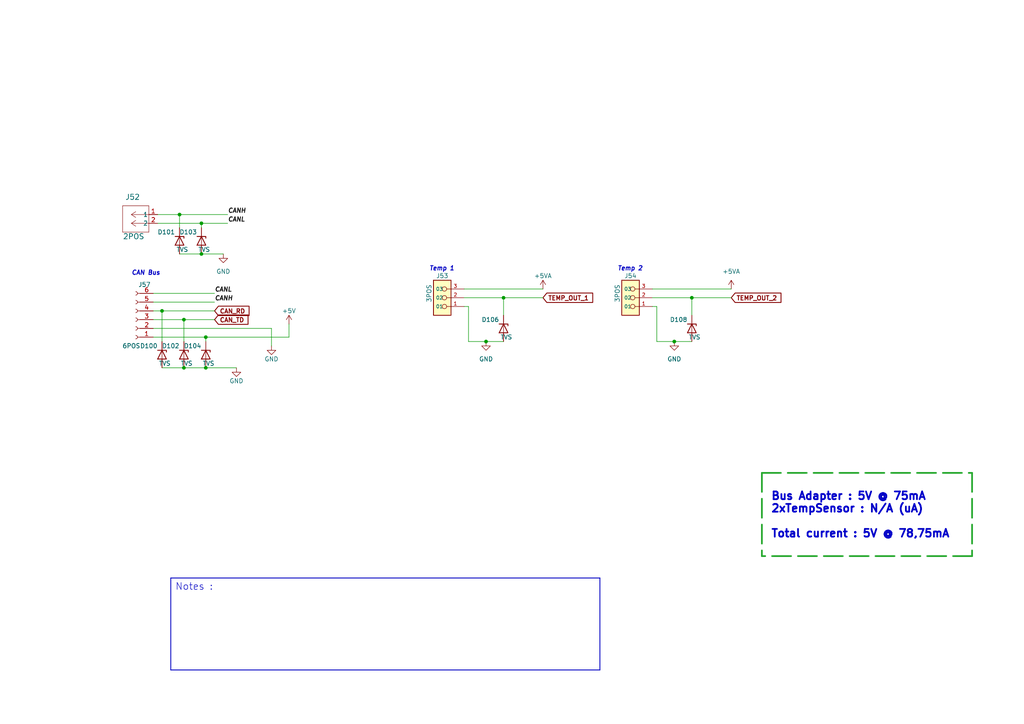
<source format=kicad_sch>
(kicad_sch (version 20211123) (generator eeschema)
  (paper "A4")
  (lib_symbols
    (symbol "1751109_1" (pin_names (offset 1.016))
      (property "Reference" "J" (at -6.85 5.08 0))
      (property "Value" "1751109_1" (at -6.35 -7.62 0))
      (symbol "1751109_1_0_0"
        (rectangle (start -6.35 5.08) (end -1.27 -5.08) (stroke (width 0.254)) (fill (type background)))
        (circle (center -4.445 -2.54) (radius 0.635) (stroke (width 0.1524)))
        (circle (center -4.445 0) (radius 0.635) (stroke (width 0.1524)))
        (circle (center -4.445 2.54) (radius 0.635) (stroke (width 0.1524)))
        (pin passive line (at -10.16 2.54 0) (length 5.08) (name "01") (number "1"))
        (pin passive line (at -10.16 0 0) (length 5.08) (name "02") (number "2"))
        (pin passive line (at -10.16 -2.54 0) (length 5.08) (name "03") (number "3"))
      )
    )
    (symbol "Connector:Conn_01x06_Female" (pin_names (offset 1.016) hide)
      (property "Reference" "J" (at 0 7.62 0))
      (property "Value" "Conn_01x06_Female" (at 0 -10.16 0))
      (symbol "Conn_01x06_Female_1_1"
        (arc (start 0 -7.112) (mid -0.508 -7.62) (end 0 -8.128) (stroke (width 0.1524)))
        (arc (start 0 -4.572) (mid -0.508 -5.08) (end 0 -5.588) (stroke (width 0.1524)))
        (arc (start 0 -2.032) (mid -0.508 -2.54) (end 0 -3.048) (stroke (width 0.1524)))
        (polyline (pts (xy -1.27 -7.62) (xy -0.508 -7.62)) (stroke (width 0.1524)))
        (polyline (pts (xy -1.27 -5.08) (xy -0.508 -5.08)) (stroke (width 0.1524)))
        (polyline (pts (xy -1.27 -2.54) (xy -0.508 -2.54)) (stroke (width 0.1524)))
        (polyline (pts (xy -1.27 0) (xy -0.508 0)) (stroke (width 0.1524)))
        (polyline (pts (xy -1.27 2.54) (xy -0.508 2.54)) (stroke (width 0.1524)))
        (polyline (pts (xy -1.27 5.08) (xy -0.508 5.08)) (stroke (width 0.1524)))
        (arc (start 0 0.508) (mid -0.508 0) (end 0 -0.508) (stroke (width 0.1524)))
        (arc (start 0 3.048) (mid -0.508 2.54) (end 0 2.032) (stroke (width 0.1524)))
        (arc (start 0 5.588) (mid -0.508 5.08) (end 0 4.572) (stroke (width 0.1524)))
        (pin passive line (at -5.08 5.08 0) (length 3.81) (name "Pin_1") (number "1"))
        (pin passive line (at -5.08 2.54 0) (length 3.81) (name "Pin_2") (number "2"))
        (pin passive line (at -5.08 0 0) (length 3.81) (name "Pin_3") (number "3"))
        (pin passive line (at -5.08 -2.54 0) (length 3.81) (name "Pin_4") (number "4"))
        (pin passive line (at -5.08 -5.08 0) (length 3.81) (name "Pin_5") (number "5"))
        (pin passive line (at -5.08 -7.62 0) (length 3.81) (name "Pin_6") (number "6"))
      )
    )
    (symbol "Device:D_Zener" (pin_numbers hide) (pin_names (offset 1.016) hide)
      (property "Reference" "D" (at 0 2.54 0))
      (property "Value" "D_Zener" (at 0 -2.54 0))
      (symbol "D_Zener_0_1"
        (polyline (pts (xy 1.27 0) (xy -1.27 0)))
        (polyline (pts (xy -1.27 -1.27) (xy -1.27 1.27) (xy -0.762 1.27)) (stroke (width 0.254)))
        (polyline (pts (xy 1.27 -1.27) (xy 1.27 1.27) (xy -1.27 0) (xy 1.27 -1.27)) (stroke (width 0.254)))
      )
      (symbol "D_Zener_1_1"
        (pin passive line (at -3.81 0 0) (length 2.54) (name "K") (number "1"))
        (pin passive line (at 3.81 0 180) (length 2.54) (name "A") (number "2"))
      )
    )
    (symbol "SymLib:1729128" (pin_names (offset 0.254))
      (property "Reference" "J" (at 6.35 3.81 0))
      (property "Value" "1729128" (at 8.89 -6.35 0))
      (symbol "1729128_1_1"
        (polyline (pts (xy 5.08 -5.08) (xy 12.7 -5.08)) (stroke (width 0.127)))
        (polyline (pts (xy 5.08 2.54) (xy 5.08 -5.08)) (stroke (width 0.127)))
        (polyline (pts (xy 10.16 -2.54) (xy 5.08 -2.54)) (stroke (width 0.127)))
        (polyline (pts (xy 10.16 -2.54) (xy 8.89 -3.3867)) (stroke (width 0.127)))
        (polyline (pts (xy 10.16 -2.54) (xy 8.89 -1.6933)) (stroke (width 0.127)))
        (polyline (pts (xy 10.16 0) (xy 5.08 0)) (stroke (width 0.127)))
        (polyline (pts (xy 10.16 0) (xy 8.89 -0.8467)) (stroke (width 0.127)))
        (polyline (pts (xy 10.16 0) (xy 8.89 0.8467)) (stroke (width 0.127)))
        (polyline (pts (xy 12.7 -5.08) (xy 12.7 2.54)) (stroke (width 0.127)))
        (polyline (pts (xy 12.7 2.54) (xy 5.08 2.54)) (stroke (width 0.127)))
        (pin unspecified line (at 2.54 0 0) (length 2.54) (name "1") (number "1"))
        (pin unspecified line (at 2.54 -2.54 0) (length 2.54) (name "2") (number "2"))
      )
      (symbol "1729128_1_2"
        (polyline (pts (xy 5.08 -5.08) (xy 12.7 -5.08)) (stroke (width 0.127)))
        (polyline (pts (xy 5.08 2.54) (xy 5.08 -5.08)) (stroke (width 0.127)))
        (polyline (pts (xy 7.62 -2.54) (xy 5.08 -2.54)) (stroke (width 0.127)))
        (polyline (pts (xy 7.62 -2.54) (xy 8.89 -3.3867)) (stroke (width 0.127)))
        (polyline (pts (xy 7.62 -2.54) (xy 8.89 -1.6933)) (stroke (width 0.127)))
        (polyline (pts (xy 7.62 0) (xy 5.08 0)) (stroke (width 0.127)))
        (polyline (pts (xy 7.62 0) (xy 8.89 -0.8467)) (stroke (width 0.127)))
        (polyline (pts (xy 7.62 0) (xy 8.89 0.8467)) (stroke (width 0.127)))
        (polyline (pts (xy 12.7 -5.08) (xy 12.7 2.54)) (stroke (width 0.127)))
        (polyline (pts (xy 12.7 2.54) (xy 5.08 2.54)) (stroke (width 0.127)))
        (pin unspecified line (at 0 0 0) (length 5.08) (name "1") (number "1"))
        (pin unspecified line (at 0 -2.54 0) (length 5.08) (name "2") (number "2"))
      )
    )
    (symbol "SymLib:1751109" (pin_names (offset 1.016))
      (property "Reference" "J" (at -6.85 5.08 0))
      (property "Value" "1751109" (at -6.35 -7.62 0))
      (symbol "1751109_0_0"
        (rectangle (start -6.35 5.08) (end -1.27 -5.08) (stroke (width 0.254)) (fill (type background)))
        (circle (center -4.445 -2.54) (radius 0.635) (stroke (width 0.1524)))
        (circle (center -4.445 0) (radius 0.635) (stroke (width 0.1524)))
        (circle (center -4.445 2.54) (radius 0.635) (stroke (width 0.1524)))
        (pin passive line (at -10.16 2.54 0) (length 5.08) (name "01") (number "1"))
        (pin passive line (at -10.16 0 0) (length 5.08) (name "02") (number "2"))
        (pin passive line (at -10.16 -2.54 0) (length 5.08) (name "03") (number "3"))
      )
    )
    (symbol "power:+5V" (power) (pin_names (offset 0))
      (property "Value" "+5V" (at 0 3.556 0))
      (symbol "+5V_0_1"
        (polyline (pts (xy -0.762 1.27) (xy 0 2.54)))
        (polyline (pts (xy 0 0) (xy 0 2.54)))
        (polyline (pts (xy 0 2.54) (xy 0.762 1.27)))
      )
      (symbol "+5V_1_1"
        (pin power_in line (at 0 0 90) (length 0) hide (name "+5V") (number "1"))
      )
    )
    (symbol "power:+5VA" (power) (pin_names (offset 0))
      (property "Value" "+5VA" (at 0 3.556 0))
      (symbol "+5VA_0_1"
        (polyline (pts (xy -0.762 1.27) (xy 0 2.54)))
        (polyline (pts (xy 0 0) (xy 0 2.54)))
        (polyline (pts (xy 0 2.54) (xy 0.762 1.27)))
      )
      (symbol "+5VA_1_1"
        (pin power_in line (at 0 0 90) (length 0) hide (name "+5VA") (number "1"))
      )
    )
    (symbol "power:GND" (power) (pin_names (offset 0))
      (property "Value" "GND" (at 0 -3.81 0))
      (symbol "GND_0_1"
        (polyline (pts (xy 0 0) (xy 0 -1.27) (xy 1.27 -1.27) (xy 0 -2.54) (xy -1.27 -1.27) (xy 0 -1.27)))
      )
      (symbol "GND_1_1"
        (pin power_in line (at 0 0 270) (length 0) hide (name "GND") (number "1"))
      )
    )
  )
  (junction (at 52.07 62.23))
  (junction (at 46.99 90.17))
  (junction (at 200.66 86.36))
  (junction (at 146.05 86.36))
  (junction (at 53.34 92.71))
  (junction (at 59.69 106.68))
  (junction (at 53.34 106.68))
  (junction (at 195.58 99.06))
  (junction (at 58.42 64.77))
  (junction (at 58.42 73.66))
  (junction (at 140.97 99.06))
  (junction (at 59.69 97.79))
  (wire (pts (xy 134.62 86.36) (xy 146.05 86.36)))
  (wire (pts (xy 53.34 106.68) (xy 59.69 106.68)))
  (polyline (pts (xy 281.94 137.16) (xy 281.94 161.29)) (stroke (width 0.5) (type dash) (color 37 168 45 1)))
  (wire (pts (xy 190.5 88.9) (xy 190.5 99.06)))
  (wire (pts (xy 53.34 99.06) (xy 53.34 92.71)))
  (polyline (pts (xy 220.98 137.16) (xy 220.98 161.29)) (stroke (width 0.5) (type dash) (color 37 168 45 1)))
  (polyline (pts (xy 173.99 194.31) (xy 49.53 194.31)) (stroke (width 0.25) (type solid)))
  (polyline (pts (xy 173.99 167.64) (xy 173.99 194.31)) (stroke (width 0.25) (type solid)))
  (polyline (pts (xy 49.53 167.64) (xy 173.99 167.64)) (stroke (width 0.25) (type solid)))
  (wire (pts (xy 58.42 64.77) (xy 45.72 64.77)))
  (wire (pts (xy 83.82 93.98) (xy 83.82 97.79)))
  (wire (pts (xy 52.07 62.23) (xy 52.07 66.04)))
  (wire (pts (xy 52.07 73.66) (xy 58.42 73.66)))
  (wire (pts (xy 135.89 99.06) (xy 140.97 99.06)))
  (wire (pts (xy 66.04 62.23) (xy 52.07 62.23)))
  (wire (pts (xy 134.62 88.9) (xy 135.89 88.9)))
  (wire (pts (xy 134.62 83.82) (xy 157.48 83.82)))
  (wire (pts (xy 59.69 97.79) (xy 59.69 99.06)))
  (wire (pts (xy 53.34 92.71) (xy 62.23 92.71)))
  (wire (pts (xy 46.99 106.68) (xy 53.34 106.68)))
  (wire (pts (xy 46.99 90.17) (xy 46.99 99.06)))
  (polyline (pts (xy 281.94 161.29) (xy 220.98 161.29)) (stroke (width 0.5) (type dash) (color 37 168 45 1)))
  (wire (pts (xy 44.45 87.63) (xy 62.23 87.63)))
  (wire (pts (xy 78.74 95.25) (xy 78.74 100.33)))
  (wire (pts (xy 200.66 99.06) (xy 195.58 99.06)))
  (wire (pts (xy 200.66 86.36) (xy 212.09 86.36)))
  (wire (pts (xy 58.42 73.66) (xy 64.77 73.66)))
  (wire (pts (xy 66.04 64.77) (xy 58.42 64.77)))
  (wire (pts (xy 52.07 62.23) (xy 45.72 62.23)))
  (polyline (pts (xy 49.53 167.64) (xy 49.53 194.31)) (stroke (width 0.25) (type solid)))
  (wire (pts (xy 44.45 97.79) (xy 59.69 97.79)))
  (wire (pts (xy 59.69 97.79) (xy 83.82 97.79)))
  (wire (pts (xy 44.45 90.17) (xy 46.99 90.17)))
  (polyline (pts (xy 220.98 137.16) (xy 281.94 137.16)) (stroke (width 0.5) (type dash) (color 37 168 45 1)))
  (wire (pts (xy 189.23 86.36) (xy 200.66 86.36)))
  (wire (pts (xy 140.97 99.06) (xy 146.05 99.06)))
  (wire (pts (xy 59.69 106.68) (xy 68.58 106.68)))
  (wire (pts (xy 146.05 86.36) (xy 146.05 91.44)))
  (wire (pts (xy 44.45 85.09) (xy 62.23 85.09)))
  (wire (pts (xy 195.58 99.06) (xy 190.5 99.06)))
  (wire (pts (xy 200.66 86.36) (xy 200.66 91.44)))
  (wire (pts (xy 189.23 88.9) (xy 190.5 88.9)))
  (wire (pts (xy 44.45 95.25) (xy 78.74 95.25)))
  (wire (pts (xy 135.89 88.9) (xy 135.89 99.06)))
  (wire (pts (xy 146.05 86.36) (xy 157.48 86.36)))
  (wire (pts (xy 189.23 83.82) (xy 212.09 83.82)))
  (wire (pts (xy 44.45 92.71) (xy 53.34 92.71)))
  (wire (pts (xy 58.42 64.77) (xy 58.42 66.04)))
  (wire (pts (xy 46.99 90.17) (xy 62.23 90.17)))
  (text "Notes :" (at 50.8 171.45 0) (effects (font (size 2 2)) (justify left bottom)))
  (text "Bus Adapter : 5V @ 75mA\n2xTempSensor : N/A (uA)\n\nTotal current : 5V @ 78,75mA" (at 223.52 156.21 0) (effects (font (size 2.25 2.25) (thickness 0.5) bold) (justify left bottom)))
  (text "Temp 2\n" (at 179.07 78.74 0) (effects (font (size 1.27 1.27) (thickness 0.254) bold italic) (justify left bottom)))
  (text "CAN Bus" (at 38.1 80.01 0) (effects (font (size 1.27 1.27) (thickness 0.254) bold italic) (justify left bottom)))
  (text "Temp 1\n" (at 124.46 78.74 0) (effects (font (size 1.27 1.27) (thickness 0.254) bold italic) (justify left bottom)))
  (label "CANL" (at 66.04 64.77 0) (effects (font bold italic)))
  (label "CANL" (at 62.23 85.09 0) (effects (font bold italic)))
  (label "CANH" (at 62.23 87.63 0) (effects (font bold italic)))
  (label "CANH" (at 66.04 62.23 0) (effects (font bold italic)))
  (global_label "CAN_TD" (shape input) (at 62.23 92.71 0) (effects (font (thickness 0.254) bold)) (property "Intersheet References" "${INTERSHEET_REFS}" (effects hide)))
  (global_label "TEMP_OUT_2" (shape input) (at 212.09 86.36 0) (effects (font bold)) (property "Intersheet References" "${INTERSHEET_REFS}" (effects hide)))
  (global_label "TEMP_OUT_1" (shape input) (at 157.48 86.36 0) (effects (font bold)) (property "Intersheet References" "${INTERSHEET_REFS}" (effects hide)))
  (global_label "CAN_RD" (shape input) (at 62.23 90.17 0) (effects (font (thickness 0.254) bold)) (property "Intersheet References" "${INTERSHEET_REFS}" (effects hide)))
  (symbol (lib_id "power:GND") (at 140.97 99.06 0) (unit 1)
    (property "Reference" "#PWR0135" (effects hide))
    (property "Value" "GND" (at 140.97 104.14 0))
  )
  (symbol (lib_id "power:+5VA") (at 212.09 83.82 0) (unit 1)
    (property "Reference" "#PWR0138" (effects hide))
    (property "Value" "+5VA" (at 212.09 78.74 0))
  )
  (symbol (lib_id "power:GND") (at 64.77 73.66 0) (unit 1)
    (property "Reference" "#PWR0131" (effects hide))
    (property "Value" "GND" (at 64.77 78.74 0))
  )
  (symbol (lib_id "SymLib:1729128") (at 48.26 62.23 0) (mirror y) (unit 1)
    (property "Reference" "J52" (at 40.64 57.15 0) (effects (font (size 1.524 1.524)) (justify left)))
    (property "Value" "2POS" (at 41.91 68.58 0) (effects (font (size 1.524 1.524)) (justify left)))
    (property "Footprint" "FootPrintLib:CON_39281023" (effects hide))
    (property "DESCRIPTION" "Connector Header Through Hole 2 position" (effects hide))
    (property "MANUFACTURER" "Molex" (effects hide))
    (property "PACKAGE" "2 POS 0.165\" (4,2mm)" (effects hide))
    (property "PART NUMBER" "0039281023" (effects hide))
    (property "TYPE" "Through Hole" (effects hide))
  )
  (symbol (lib_id "Device:D_Zener") (at 59.69 102.87 270) (unit 1)
    (property "Reference" "D104" (at 58.42 100.33 90) (effects (justify right)))
    (property "Value" "TVS" (at 62.23 105.41 90) (effects (justify right)))
    (property "Footprint" "FootPrint:DPY2_TEX" (effects hide))
    (property "DESCRIPTION" "TVS DIODE 5.5VWM 14VC 2X1SON" (effects hide))
    (property "MANUFACTURER" "Texas Instruments" (effects hide))
    (property "PACKAGE" "0402 (1006 Metric)" (effects hide))
    (property "PART NUMBER" "TPD1E05U06DPYR" (effects hide))
    (property "TYPE" "SMD" (effects hide))
  )
  (symbol (lib_id "Device:D_Zener") (at 52.07 69.85 270) (unit 1)
    (property "Reference" "D101" (at 50.8 67.31 90) (effects (justify right)))
    (property "Value" "TVS" (at 54.61 72.39 90) (effects (justify right)))
    (property "Footprint" "FootPrint:DPY2_TEX" (effects hide))
    (property "DESCRIPTION" "TVS DIODE 5.5VWM 14VC 2X1SON" (effects hide))
    (property "MANUFACTURER" "Texas Instruments" (effects hide))
    (property "PACKAGE" "0402 (1006 Metric)" (effects hide))
    (property "PART NUMBER" "TPD1E05U06DPYR" (effects hide))
    (property "TYPE" "SMD" (effects hide))
  )
  (symbol (lib_id "Device:D_Zener") (at 46.99 102.87 270) (unit 1)
    (property "Reference" "D100" (at 45.72 100.33 90) (effects (justify right)))
    (property "Value" "TVS" (at 49.53 105.41 90) (effects (justify right)))
    (property "Footprint" "FootPrint:DPY2_TEX" (effects hide))
    (property "DESCRIPTION" "TVS DIODE 5.5VWM 14VC 2X1SON" (effects hide))
    (property "MANUFACTURER" "Texas Instruments" (effects hide))
    (property "PACKAGE" "0402 (1006 Metric)" (effects hide))
    (property "PART NUMBER" "TPD1E05U06DPYR" (effects hide))
    (property "TYPE" "SMD" (effects hide))
  )
  (symbol (lib_id "SymLib:1751109") (at 124.46 86.36 180) (unit 1)
    (property "Reference" "J53" (at 128.27 80.01 0))
    (property "Value" "3POS" (at 124.46 85.09 90))
    (property "Footprint" "FootPrint:CON_39301039" (effects hide))
    (property "PARTREV" "03.03.2021" (effects hide))
    (property "STANDARD" "Manufacturer Recommendations" (effects hide))
    (property "MANUFACTURER" "Molex" (effects hide))
    (property "DESCRIPTION" "Connector Header Through Hole 3 position 0.165\" (4.20mm)" (effects hide))
    (property "PACKAGE" "3 POS 0.165\" (4,2mm)" (effects hide))
    (property "PART NUMBER" "0039301039" (effects hide))
    (property "TYPE" "Through Hole" (effects hide))
  )
  (symbol (lib_id "Device:D_Zener") (at 200.66 95.25 270) (unit 1)
    (property "Reference" "D108" (at 199.39 92.71 90) (effects (justify right)))
    (property "Value" "TVS" (at 203.2 97.79 90) (effects (justify right)))
    (property "Footprint" "FootPrint:DPY2_TEX" (effects hide))
    (property "DESCRIPTION" "TVS DIODE 5.5VWM 14VC 2X1SON" (effects hide))
    (property "MANUFACTURER" "Texas Instruments" (effects hide))
    (property "PACKAGE" "0402 (1006 Metric)" (effects hide))
    (property "PART NUMBER" "TPD1E05U06DPYR" (effects hide))
    (property "TYPE" "SMD" (effects hide))
  )
  (symbol (lib_id "Device:D_Zener") (at 53.34 102.87 270) (unit 1)
    (property "Reference" "D102" (at 52.07 100.33 90) (effects (justify right)))
    (property "Value" "TVS" (at 55.88 105.41 90) (effects (justify right)))
    (property "Footprint" "FootPrint:DPY2_TEX" (effects hide))
    (property "DESCRIPTION" "TVS DIODE 5.5VWM 14VC 2X1SON" (effects hide))
    (property "MANUFACTURER" "Texas Instruments" (effects hide))
    (property "PACKAGE" "0402 (1006 Metric)" (effects hide))
    (property "PART NUMBER" "TPD1E05U06DPYR" (effects hide))
    (property "TYPE" "SMD" (effects hide))
  )
  (symbol (lib_id "Connector:Conn_01x06_Female") (at 39.37 92.71 180) (unit 1)
    (property "Reference" "J57" (at 41.91 82.55 0))
    (property "Value" "6POS" (at 38.1 100.33 0))
    (property "Footprint" "Connector_PinSocket_2.54mm:PinSocket_1x06_P2.54mm_Vertical" (effects hide))
    (property "DESCRIPTION" "6 Position Socket Connector 0.100\" (2.54mm) Through Hole Gold" (effects hide))
    (property "MANUFACTURER" "Adam Tech" (effects hide))
    (property "PACKAGE" "6 POS 0.100\" (2.54mm)" (effects hide))
    (property "PART NUMBER" "SMC-1-06-1-GT" (effects hide))
    (property "TYPE" "Through Hole" (effects hide))
  )
  (symbol (lib_id "Device:D_Zener") (at 58.42 69.85 270) (unit 1)
    (property "Reference" "D103" (at 57.15 67.31 90) (effects (justify right)))
    (property "Value" "TVS" (at 60.96 72.39 90) (effects (justify right)))
    (property "Footprint" "FootPrint:DPY2_TEX" (effects hide))
    (property "DESCRIPTION" "TVS DIODE 5.5VWM 14VC 2X1SON" (effects hide))
    (property "MANUFACTURER" "Texas Instruments" (effects hide))
    (property "PACKAGE" "0402 (1006 Metric)" (effects hide))
    (property "PART NUMBER" "TPD1E05U06DPYR" (effects hide))
    (property "TYPE" "SMD" (effects hide))
  )
  (symbol (lib_id "Device:D_Zener") (at 146.05 95.25 270) (unit 1)
    (property "Reference" "D106" (at 144.78 92.71 90) (effects (justify right)))
    (property "Value" "TVS" (at 148.59 97.79 90) (effects (justify right)))
    (property "Footprint" "FootPrint:DPY2_TEX" (effects hide))
    (property "DESCRIPTION" "TVS DIODE 5.5VWM 14VC 2X1SON" (effects hide))
    (property "MANUFACTURER" "Texas Instruments" (effects hide))
    (property "PACKAGE" "0402 (1006 Metric)" (effects hide))
    (property "PART NUMBER" "TPD1E05U06DPYR" (effects hide))
    (property "TYPE" "SMD" (effects hide))
  )
  (symbol (lib_id "power:+5V") (at 83.82 93.98 0) (unit 1)
    (property "Reference" "#PWR0134" (effects hide))
    (property "Value" "+5V" (at 83.82 90.17 0))
  )
  (symbol (lib_id "power:+5VA") (at 157.48 83.82 0) (unit 1)
    (property "Reference" "#PWR0136" (effects hide))
    (property "Value" "+5VA" (at 157.48 80.01 0))
  )
  (symbol (lib_id "power:GND") (at 78.74 100.33 0) (unit 1)
    (property "Reference" "#PWR0133" (effects hide))
    (property "Value" "GND" (at 78.74 104.14 0))
  )
  (symbol (lib_id "power:GND") (at 68.58 106.68 0) (unit 1)
    (property "Reference" "#PWR0132" (effects hide))
    (property "Value" "GND" (at 68.58 110.49 0))
  )
  (symbol (lib_name "1751109_1") (lib_id "SymLib:1751109") (at 179.07 86.36 180) (unit 1)
    (property "Reference" "J54" (at 182.88 80.01 0))
    (property "Value" "3POS" (at 179.07 85.09 90))
    (property "Footprint" "FootPrint:CON_39301039" (effects hide))
    (property "PARTREV" "03.03.2021" (effects hide))
    (property "STANDARD" "Manufacturer Recommendations" (effects hide))
    (property "MANUFACTURER" "Molex" (effects hide))
    (property "DESCRIPTION" "Connector Header Through Hole 3 position 0.165\" (4.20mm)" (effects hide))
    (property "PACKAGE" "3 POS 0.165\" (4,2mm)" (effects hide))
    (property "PART NUMBER" "0039301039" (effects hide))
    (property "TYPE" "Through Hole" (effects hide))
  )
  (symbol (lib_id "power:GND") (at 195.58 99.06 0) (unit 1)
    (property "Reference" "#PWR0137" (effects hide))
    (property "Value" "GND" (at 195.58 104.14 0))
  )
)
</source>
